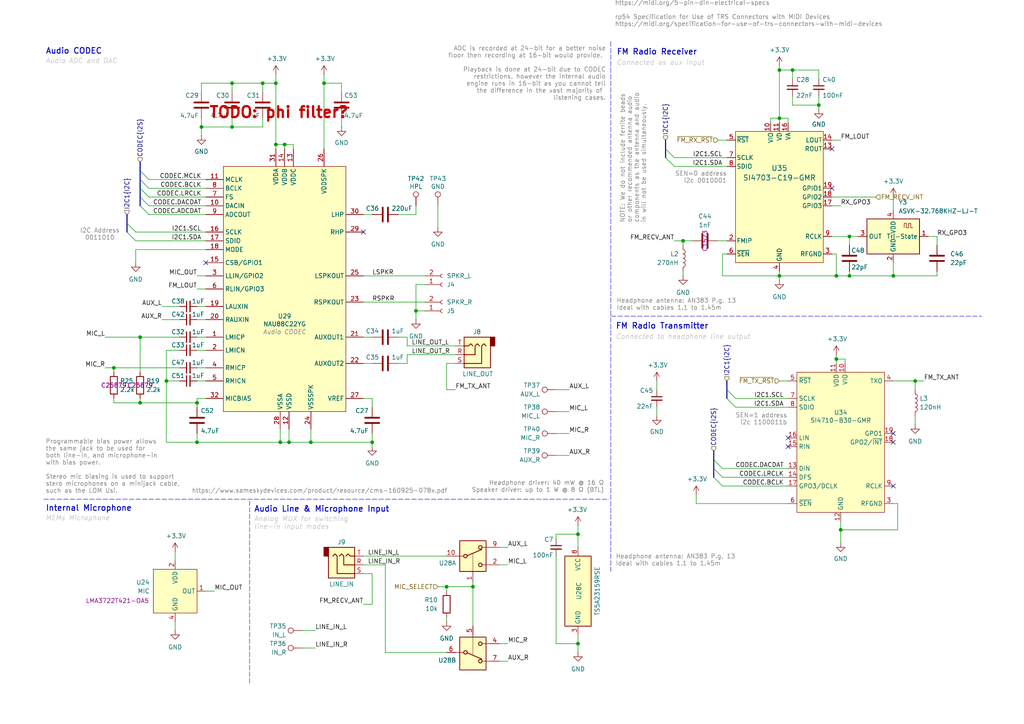
<source format=kicad_sch>
(kicad_sch (version 20250114) (generator "eeschema") (generator_version "9.0")
  (paper "A4")
  (lib_symbols
    (symbol "Analog_Switch:TS5A23159RSE"
      (property "Reference" "U" (at -5.08 8.89 0))
      (property "Value" "TS5A23159RSE" (at -5.08 6.985 0))
      (symbol "TS5A23159RSE_1_1"
        (pin passive line (at -7.62 0 0) (length 2.54) (name "~") (number "10"))
        (pin input line (at 0 -7.62 90) (length 2.54) (name "~") (number "1"))
        (pin passive line (at 7.62 2.54 180) (length 2.54) (name "~") (number "9"))
        (pin passive line (at 7.62 -2.54 180) (length 2.54) (name "~") (number "2"))
      )
      (symbol "TS5A23159RSE_2_1"
        (pin passive line (at -7.62 0 0) (length 2.54) (name "~") (number "6"))
        (pin input line (at 0 -7.62 90) (length 2.54) (name "~") (number "5"))
        (pin passive line (at 7.62 2.54 180) (length 2.54) (name "~") (number "7"))
        (pin passive line (at 7.62 -2.54 180) (length 2.54) (name "~") (number "4"))
      )
      (symbol "TS5A23159RSE_3_1"
        (pin power_in line (at 0 12.7 270) (length 2.54) (name "VCC") (number "8"))
        (pin power_in line (at 0 -12.7 90) (length 2.54) (name "GND") (number "3"))
      )
    )
    (symbol "Connector:Conn_01x02_Socket" (pin_names (offset 1.016) (hide yes))
      (property "Reference" "J" (at 0 2.54 0))
      (property "Value" "Conn_01x02_Socket" (at 0 -5.08 0))
      (symbol "Conn_01x02_Socket_1_1"
        (pin passive line (at -5.08 0 0) (length 3.81) (name "Pin_1") (number "1"))
        (pin passive line (at -5.08 -2.54 0) (length 3.81) (name "Pin_2") (number "2"))
      )
    )
    (symbol "Connector:TestPoint" (pin_numbers (hide yes)) (pin_names (offset 0.762) (hide yes))
      (property "Reference" "TP" (at 0 6.858 0))
      (property "Value" "TestPoint" (at 0 5.08 0))
      (symbol "TestPoint_1_1"
        (pin passive line (at 0 0 90) (length 2.54) (name "1") (number "1"))
      )
    )
    (symbol "Connector_Audio:AudioJack3"
      (property "Reference" "J" (at 0 8.89 0))
      (property "Value" "AudioJack3" (at 0 6.35 0))
      (symbol "AudioJack3_1_1"
        (pin passive line (at 5.08 2.54 180) (length 2.54) (name "~") (number "S"))
        (pin passive line (at 5.08 0 180) (length 2.54) (name "~") (number "R"))
        (pin passive line (at 5.08 -2.54 180) (length 2.54) (name "~") (number "T"))
      )
    )
    (symbol "Device:C" (pin_numbers (hide yes)) (pin_names (offset 0.254))
      (property "Reference" "C" (at 0.635 2.54 0))
      (property "Value" "C" (at 0.635 -2.54 0))
      (symbol "C_1_1"
        (pin passive line (at 0 3.81 270) (length 2.794) (name "~") (number "1"))
        (pin passive line (at 0 -3.81 90) (length 2.794) (name "~") (number "2"))
      )
    )
    (symbol "Device:C_Small" (pin_numbers (hide yes)) (pin_names (offset 0.254) (hide yes))
      (property "Reference" "C" (at 0.254 1.778 0))
      (property "Value" "C_Small" (at 0.254 -2.032 0))
      (symbol "C_Small_1_1"
        (pin passive line (at 0 2.54 270) (length 2.032) (name "~") (number "1"))
        (pin passive line (at 0 -2.54 90) (length 2.032) (name "~") (number "2"))
      )
    )
    (symbol "Device:L" (pin_numbers (hide yes)) (pin_names (offset 1.016) (hide yes))
      (property "Reference" "L" (at -1.27 0 90))
      (property "Value" "L" (at 1.905 0 90))
      (symbol "L_1_1"
        (pin passive line (at 0 3.81 270) (length 1.27) (name "1") (number "1"))
        (pin passive line (at 0 -3.81 90) (length 1.27) (name "2") (number "2"))
      )
    )
    (symbol "Device:R" (pin_numbers (hide yes)) (pin_names (offset 0))
      (property "Reference" "R" (at 2.032 0 90))
      (property "Value" "R" (at 0 0 90))
      (symbol "R_1_1"
        (pin passive line (at 0 3.81 270) (length 1.27) (name "~") (number "1"))
        (pin passive line (at 0 -3.81 90) (length 1.27) (name "~") (number "2"))
      )
    )
    (symbol "Oscillator:ASCO"
      (property "Reference" "Y" (at -7.62 6.35 0))
      (property "Value" "ASCO" (at 1.27 -6.35 0))
      (symbol "ASCO_1_1"
        (pin input line (at -10.16 0 0) (length 2.54) (name "Tri-State") (number "1"))
        (pin power_in line (at 0 7.62 270) (length 2.54) (name "VDD") (number "4"))
        (pin power_in line (at 0 -7.62 90) (length 2.54) (name "GND") (number "2"))
        (pin output line (at 10.16 0 180) (length 2.54) (name "OUT") (number "3"))
      )
    )
    (symbol "pocket_synth:LMA3722T421-OA5"
      (property "Reference" "U" (at 0.762 7.112 0))
      (property "Value" "LMA3722T421-OA5" (at 0.762 -7.112 0))
      (symbol "LMA3722T421-OA5_1_1"
        (pin power_in line (at 0 8.89 270) (length 2.54) (name "VDD") (number "2"))
        (pin power_in line (at 0 -8.89 90) (length 2.54) (hide yes) (name "GND") (number "3"))
        (pin power_in line (at 0 -8.89 90) (length 2.54) (name "GND") (number "4"))
        (pin output line (at 8.89 0 180) (length 2.54) (name "OUT") (number "1"))
      )
    )
    (symbol "pocket_synth:NAU88C22YG"
      (property "Reference" "U" (at 0 0 0))
      (property "Value" "NAU88C22YG" (at 0 0 0))
      (symbol "NAU88C22YG_1_1"
        (pin input line (at -22.86 31.75 0) (length 5.08) (name "MCLK") (number "11"))
        (pin input line (at -22.86 29.21 0) (length 5.08) (name "BCLK") (number "8"))
        (pin input line (at -22.86 26.67 0) (length 5.08) (name "FS") (number "7"))
        (pin input line (at -22.86 24.13 0) (length 5.08) (name "DACIN") (number "10"))
        (pin output line (at -22.86 21.59 0) (length 5.08) (name "ADCOUT") (number "9"))
        (pin input line (at -22.86 16.51 0) (length 5.08) (name "SCLK") (number "16"))
        (pin input line (at -22.86 13.97 0) (length 5.08) (name "SDIO") (number "17"))
        (pin input line (at -22.86 11.43 0) (length 5.08) (name "MODE") (number "18"))
        (pin input line (at -22.86 7.62 0) (length 5.08) (name "CSB/GPIO1") (number "15"))
        (pin input line (at -22.86 3.81 0) (length 5.08) (name "LLIN/GPIO2") (number "3"))
        (pin input line (at -22.86 0 0) (length 5.08) (name "RLIN/GPIO3") (number "6"))
        (pin input line (at -22.86 -5.08 0) (length 5.08) (name "LAUXIN") (number "19"))
        (pin input line (at -22.86 -8.89 0) (length 5.08) (name "RAUXIN") (number "20"))
        (pin input line (at -22.86 -13.97 0) (length 5.08) (name "LMICP") (number "1"))
        (pin input line (at -22.86 -17.78 0) (length 5.08) (name "LMICN") (number "2"))
        (pin input line (at -22.86 -22.86 0) (length 5.08) (name "RMICP") (number "4"))
        (pin input line (at -22.86 -26.67 0) (length 5.08) (name "RMICN") (number "5"))
        (pin power_out line (at -22.86 -31.75 0) (length 5.08) (name "MICBIAS") (number "32"))
        (pin power_in line (at -2.54 40.64 270) (length 5.08) (name "VDDA") (number "31"))
        (pin power_in line (at -1.27 -40.64 90) (length 5.08) (name "VSSA") (number "28"))
        (pin power_in line (at 0 40.64 270) (length 5.08) (name "VDDB") (number "14"))
        (pin power_in line (at 1.27 -40.64 90) (length 5.08) (name "VSSD") (number "12"))
        (pin power_in line (at 2.54 40.64 270) (length 5.08) (name "VDDC") (number "13"))
        (pin power_in line (at 7.62 -40.64 90) (length 5.08) (name "VSSSPK") (number "24"))
        (pin power_in line (at 11.43 40.64 270) (length 5.08) (name "VDDSPK") (number "26"))
        (pin output line (at 22.86 21.59 180) (length 5.08) (name "LHP") (number "30"))
        (pin output line (at 22.86 16.51 180) (length 5.08) (name "RHP") (number "29"))
        (pin output line (at 22.86 3.81 180) (length 5.08) (name "LSPKOUT") (number "25"))
        (pin output line (at 22.86 -3.81 180) (length 5.08) (name "RSPKOUT") (number "23"))
        (pin output line (at 22.86 -13.97 180) (length 5.08) (name "AUXOUT1") (number "21"))
        (pin output line (at 22.86 -21.59 180) (length 5.08) (name "AUXOUT2") (number "22"))
        (pin input line (at 22.86 -31.75 180) (length 5.08) (name "VREF") (number "27"))
      )
    )
    (symbol "pocket_synth:SI4703-C19-GMR" (pin_names (offset 0.254))
      (property "Reference" "U" (at 0 22.86 0))
      (property "Value" "SI4703-C19-GMR" (at 0 20.32 0))
      (symbol "SI4703-C19-GMR_1_1"
        (pin input line (at -15.24 16.51 0) (length 2.54) (name "~{RST}") (number "5"))
        (pin input line (at -15.24 11.43 0) (length 2.54) (name "SCLK") (number "7"))
        (pin bidirectional line (at -15.24 8.89 0) (length 2.54) (name "SDIO") (number "8"))
        (pin input line (at -15.24 -12.7 0) (length 2.54) (name "FMIP") (number "2"))
        (pin input line (at -15.24 -16.51 0) (length 2.54) (name "~{SEN}") (number "6"))
        (pin bidirectional line (at -2.54 21.59 270) (length 2.54) (name "VIO") (number "10"))
        (pin power_in line (at 0 21.59 270) (length 2.54) (name "VD") (number "11"))
        (pin power_in line (at 0 -21.59 90) (length 2.54) (hide yes) (name "GND") (number "12"))
        (pin power_in line (at 0 -21.59 90) (length 2.54) (hide yes) (name "GND") (number "15"))
        (pin power_in line (at 0 -21.59 90) (length 2.54) (hide yes) (name "EPAD") (number "21"))
        (pin power_in line (at 0 -21.59 90) (length 2.54) (name "GND") (number "4"))
        (pin power_in line (at 2.54 21.59 270) (length 2.54) (name "VA") (number "16"))
        (pin no_connect line (at 7.62 -21.59 90) (length 2.54) (hide yes) (name "NC") (number "20"))
        (pin no_connect line (at 10.16 -21.59 90) (length 2.54) (hide yes) (name "NC") (number "1"))
        (pin output line (at 15.24 16.51 180) (length 2.54) (name "LOUT") (number "14"))
        (pin output line (at 15.24 13.97 180) (length 2.54) (name "ROUT") (number "13"))
        (pin bidirectional line (at 15.24 2.54 180) (length 2.54) (name "GPIO1") (number "19"))
        (pin bidirectional line (at 15.24 0 180) (length 2.54) (name "GPIO2") (number "18"))
        (pin bidirectional line (at 15.24 -2.54 180) (length 2.54) (name "GPIO3") (number "17"))
        (pin input line (at 15.24 -11.43 180) (length 2.54) (name "RCLK") (number "9"))
        (pin power_in line (at 15.24 -16.51 180) (length 2.54) (name "RFGND") (number "3"))
      )
    )
    (symbol "pocket_synth:SI4710-B30-GMR"
      (property "Reference" "U" (at 0 6.985 0))
      (property "Value" "SI4710-B30-GMR" (at 0 4.445 0))
      (symbol "SI4710-B30-GMR_1_1"
        (pin input line (at -15.24 17.78 0) (length 2.54) (name "~{RST}") (number "5"))
        (pin input line (at -15.24 12.7 0) (length 2.54) (name "SCLK") (number "7"))
        (pin bidirectional line (at -15.24 10.16 0) (length 2.54) (name "SDIO") (number "8"))
        (pin input line (at -15.24 1.27 0) (length 2.54) (name "LIN") (number "16"))
        (pin input line (at -15.24 -1.27 0) (length 2.54) (name "RIN") (number "15"))
        (pin input line (at -15.24 -7.62 0) (length 2.54) (name "DIN") (number "13"))
        (pin input line (at -15.24 -10.16 0) (length 2.54) (name "DFS") (number "14"))
        (pin input line (at -15.24 -12.7 0) (length 2.54) (name "GPO3/DCLK") (number "17"))
        (pin input line (at -15.24 -17.78 0) (length 2.54) (name "~{SEN}") (number "6"))
        (pin power_in line (at -1.27 22.86 270) (length 2.54) (name "VDD") (number "11"))
        (pin power_in line (at 0 -22.86 90) (length 2.54) (name "GND") (number "12"))
        (pin passive line (at 0 -22.86 90) (length 2.54) (hide yes) (name "GND_PAD") (number "21"))
        (pin power_in line (at 1.27 22.86 270) (length 2.54) (name "VIO") (number "10"))
        (pin no_connect line (at 3.81 -22.86 90) (length 2.54) (hide yes) (name "NC") (number "1"))
        (pin no_connect line (at 6.35 -22.86 90) (length 2.54) (hide yes) (name "NC") (number "20"))
        (pin no_connect line (at 8.89 -22.86 90) (length 2.54) (hide yes) (name "NC") (number "2"))
        (pin input line (at 15.24 17.78 180) (length 2.54) (name "TXO") (number "4"))
        (pin input line (at 15.24 2.54 180) (length 2.54) (name "GPO1") (number "19"))
        (pin input line (at 15.24 0 180) (length 2.54) (name "GPO2/~{INT}") (number "18"))
        (pin input line (at 15.24 -12.7 180) (length 2.54) (name "RCLK") (number "9"))
        (pin power_in line (at 15.24 -17.78 180) (length 2.54) (name "RFGND") (number "3"))
      )
    )
    (symbol "power:+3.3V" (power) (pin_numbers (hide yes)) (pin_names (offset 0) (hide yes))
      (property "Value" "+3.3V" (at 0 3.556 0))
      (symbol "+3.3V_1_1"
        (pin power_in line (at 0 0 90) (length 0) (name "~") (number "1"))
      )
    )
    (symbol "power:GND" (power) (pin_numbers (hide yes)) (pin_names (offset 0) (hide yes))
      (property "Value" "GND" (at 0 -3.81 0))
      (symbol "GND_1_1"
        (pin power_in line (at 0 0 270) (length 0) (name "~") (number "1"))
      )
    )
  )
  (text "Connected as aux input" (at 178.816 17.526 0) (effects (font (size 1.397 1.397) (italic yes)) (justify left top)))
  (text "Audio CODEC" (at 82.55 95.758 0) (effects (font (size 1.27 1.27) (thickness 0.1588) (italic yes)) (justify top)))
  (text "Headphone antenna: AN383 P.g. 13\nIdeal with cables 1.1 to 1.45m" (at 178.562 164.338 0) (effects (font (size 1.27 1.27)) (justify left bottom)))
  (text "TODO: phi filter?" (at 60.452 32.766 0) (effects (font (size 3.175 3.175) (thickness 0.635) (bold yes)) (justify left)))
  (text "FM Radio Transmitter" (at 178.562 93.726 0) (effects (font (size 1.651 1.651) (thickness 0.254) (bold yes)) (justify left top)))
  (text "MEMs Microphone" (at 13.208 149.606 0) (effects (font (size 1.397 1.397) (italic yes)) (justify left top)))
  (text "Headphone antenna: AN383 P.g. 13\nIdeal with cables 1.1 to 1.45m" (at 178.816 90.17 0) (effects (font (size 1.27 1.27)) (justify left bottom)))
  (text "Audio CODEC" (at 13.208 13.97 0) (effects (font (size 1.651 1.651) (thickness 0.254) (bold yes)) (justify left top)))
  (text "I2C Address\n0011010" (at 28.956 68.072 0) (effects (font (size 1.27 1.27))))
  (text "Analog MUX for switching\nline-in input modes" (at 73.66 149.86 0) (effects (font (size 1.397 1.397) (italic yes)) (justify left top)))
  (text "Programmable bias power allows\nthe same jack to be used for\nboth line-in, and microphone-in\nwith bias power.\n\nStereo mic biasing is used to support\nstero microphones on a minijack cable,\nsuch as the LOM Usi." (at 13.208 143.256 0) (effects (font (size 1.27 1.27)) (justify left bottom)))
  (text "Audio Line & Microphone Input" (at 73.66 146.812 0) (effects (font (size 1.651 1.651) (thickness 0.254) (bold yes)) (justify left top)))
  (text "Audio ADC and DAC" (at 13.208 17.018 0) (effects (font (size 1.397 1.397) (italic yes)) (justify left top)))
  (text "Headphone driver: 40 mW @ 16 Ω\nSpeaker driver: up to 1 W @ 8 Ω (BTL)" (at 175.26 143.002 0) (effects (font (size 1.27 1.27) (thickness 0.1588)) (justify right bottom)))
  (text "NOTE: We do not include ferrite beads\nor other recommended antenna audio\ncomponents as the antenna and audio\nin will not be used simultaneously. " (at 183.642 64.77 90) (effects (font (size 1.27 1.27)) (justify left)))
  (text "SEN=0 address\ni2c 0010001" (at 210.82 51.562 0) (effects (font (size 1.27 1.27)) (justify right)))
  (text "(CA-033) MIDI 1.0 Electrical Specification Update [2014]\nhttps://midi.org/5-pin-din-electrical-specs\n\nrp54 Specification for Use of TRS Connectors with MIDI Devices\nhttps://midi.org/specification-for-use-of-trs-connectors-with-midi-devices" (at 178.308 3.048 0) (effects (font (size 1.27 1.27) (thickness 0.1588)) (justify left)))
  (text "ADC is recorded at 24-bit for a better noise\nfloor then recording at 16-bit would provide. \n\nPlayback is done at 24-bit due to CODEC\nrestrictions, however the internal audio\nengine runs in 16-bit as you cannot tell\nthe difference in the vast majority of \nlistening cases." (at 175.768 13.462 0) (effects (font (size 1.27 1.27)) (justify right top)))
  (text "FM Radio Receiver" (at 178.816 14.224 0) (effects (font (size 1.651 1.651) (thickness 0.254) (bold yes)) (justify left top)))
  (text "Internal Microphone" (at 13.208 146.558 0) (effects (font (size 1.651 1.651) (thickness 0.254) (bold yes)) (justify left top)))
  (text "https://www.sameskydevices.com/product/resource/cms-160925-078x.pdf" (at 92.71 142.494 0) (effects (font (size 1.27 1.27))))
  (text "Connected to headphone line output" (at 178.562 97.028 0) (effects (font (size 1.397 1.397) (italic yes)) (justify left top)))
  (text "SEN=1 address\ni2c 1100011b" (at 228.346 121.666 0) (effects (font (size 1.27 1.27)) (justify right)))
  (junction (at 67.31 36.83))
  (junction (at 198.12 69.85))
  (junction (at 58.42 36.83))
  (junction (at 226.06 80.01))
  (junction (at 57.15 128.27))
  (junction (at 246.38 68.58))
  (junction (at 120.65 90.17))
  (junction (at 226.06 34.29))
  (junction (at 83.82 128.27))
  (junction (at 242.57 80.01))
  (junction (at 57.15 116.84))
  (junction (at 229.87 20.32))
  (junction (at 265.43 110.49))
  (junction (at 93.98 24.13))
  (junction (at 129.54 170.18))
  (junction (at 80.01 41.91))
  (junction (at 48.26 110.49))
  (junction (at 90.17 128.27))
  (junction (at 167.64 186.69))
  (junction (at 259.08 80.01))
  (junction (at 67.31 24.13))
  (junction (at 76.2 24.13))
  (junction (at 167.64 154.94))
  (junction (at 243.84 153.67))
  (junction (at 246.38 80.01))
  (junction (at 137.16 170.18))
  (junction (at 40.64 116.84))
  (junction (at 80.01 24.13))
  (junction (at 237.49 30.48))
  (junction (at 107.95 128.27))
  (junction (at 226.06 20.32))
  (junction (at 81.28 128.27))
  (junction (at 242.57 104.14))
  (junction (at 40.64 97.79))
  (junction (at 82.55 41.91))
  (junction (at 33.02 106.68))
  (no_connect (at 228.6 127))
  (no_connect (at 241.3 54.61))
  (no_connect (at 259.08 140.97))
  (no_connect (at 259.08 125.73))
  (no_connect (at 59.69 76.2))
  (no_connect (at 105.41 67.31))
  (no_connect (at 228.6 129.54))
  (no_connect (at 259.08 128.27))
  (no_connect (at 241.3 43.18))
  (bus_entry (at 43.18 62.23) (size -2.54 -2.54))
  (bus_entry (at 209.55 135.89) (size -2.54 -2.54))
  (bus_entry (at 43.18 59.69) (size -2.54 -2.54))
  (bus_entry (at 213.36 118.11) (size -2.54 -2.54))
  (bus_entry (at 195.58 45.72) (size -2.54 -2.54))
  (bus_entry (at 209.55 140.97) (size -2.54 -2.54))
  (bus_entry (at 39.37 69.85) (size -2.54 -2.54))
  (bus_entry (at 43.18 52.07) (size -2.54 -2.54))
  (bus_entry (at 43.18 54.61) (size -2.54 -2.54))
  (bus_entry (at 43.18 57.15) (size -2.54 -2.54))
  (bus_entry (at 209.55 138.43) (size -2.54 -2.54))
  (bus_entry (at 39.37 67.31) (size -2.54 -2.54))
  (bus_entry (at 195.58 48.26) (size -2.54 -2.54))
  (bus_entry (at 213.36 115.57) (size -2.54 -2.54))
  (bus (pts (xy 40.64 46.99) (xy 40.64 49.53)))
  (wire (pts (xy 93.98 24.13) (xy 93.98 43.18)))
  (wire (pts (xy 107.95 166.37) (xy 107.95 175.26)))
  (wire (pts (xy 57.15 116.84) (xy 57.15 118.11)))
  (wire (pts (xy 107.95 115.57) (xy 107.95 118.11)))
  (wire (pts (xy 120.65 59.69) (xy 120.65 62.23)))
  (wire (pts (xy 228.6 35.56) (xy 228.6 34.29)))
  (wire (pts (xy 226.06 20.32) (xy 226.06 34.29)))
  (wire (pts (xy 241.3 73.66) (xy 242.57 73.66)))
  (wire (pts (xy 228.6 34.29) (xy 226.06 34.29)))
  (wire (pts (xy 80.01 41.91) (xy 82.55 41.91)))
  (wire (pts (xy 39.37 69.85) (xy 59.69 69.85)))
  (wire (pts (xy 80.01 24.13) (xy 80.01 41.91)))
  (wire (pts (xy 81.28 124.46) (xy 81.28 128.27)))
  (polyline (pts (xy 177.165 12.065) (xy 177.165 165.735)) (stroke (width 0.127) (type dash)))
  (wire (pts (xy 76.2 24.13) (xy 67.31 24.13)))
  (wire (pts (xy 208.28 69.85) (xy 210.82 69.85)))
  (wire (pts (xy 161.29 125.73) (xy 165.1 125.73)))
  (wire (pts (xy 107.95 128.27) (xy 107.95 129.54)))
  (wire (pts (xy 111.76 163.83) (xy 111.76 189.23)))
  (wire (pts (xy 52.07 110.49) (xy 48.26 110.49)))
  (wire (pts (xy 198.12 69.85) (xy 198.12 71.12)))
  (wire (pts (xy 245.11 105.41) (xy 245.11 104.14)))
  (wire (pts (xy 246.38 68.58) (xy 248.92 68.58)))
  (wire (pts (xy 67.31 36.83) (xy 76.2 36.83)))
  (wire (pts (xy 105.41 166.37) (xy 107.95 166.37)))
  (wire (pts (xy 259.08 110.49) (xy 265.43 110.49)))
  (bus (pts (xy 40.64 57.15) (xy 40.64 59.69)))
  (wire (pts (xy 241.3 57.15) (xy 254 57.15)))
  (wire (pts (xy 67.31 34.29) (xy 67.31 36.83)))
  (wire (pts (xy 190.5 110.49) (xy 190.5 113.03)))
  (wire (pts (xy 82.55 41.91) (xy 85.09 41.91)))
  (wire (pts (xy 246.38 68.58) (xy 246.38 71.12)))
  (wire (pts (xy 76.2 34.29) (xy 76.2 36.83)))
  (wire (pts (xy 39.37 72.39) (xy 39.37 76.2)))
  (wire (pts (xy 229.87 20.32) (xy 229.87 22.86)))
  (wire (pts (xy 105.41 87.63) (xy 123.19 87.63)))
  (wire (pts (xy 226.06 110.49) (xy 228.6 110.49)))
  (wire (pts (xy 243.84 153.67) (xy 243.84 157.48)))
  (wire (pts (xy 144.78 191.77) (xy 147.32 191.77)))
  (wire (pts (xy 43.18 62.23) (xy 59.69 62.23)))
  (wire (pts (xy 105.41 161.29) (xy 129.54 161.29)))
  (wire (pts (xy 67.31 24.13) (xy 67.31 26.67)))
  (wire (pts (xy 33.02 107.95) (xy 33.02 106.68)))
  (wire (pts (xy 265.43 110.49) (xy 267.97 110.49)))
  (bus (pts (xy 207.01 135.89) (xy 207.01 138.43)))
  (wire (pts (xy 30.48 106.68) (xy 33.02 106.68)))
  (wire (pts (xy 90.17 124.46) (xy 90.17 128.27)))
  (wire (pts (xy 99.06 24.13) (xy 99.06 26.67)))
  (wire (pts (xy 198.12 78.74) (xy 198.12 80.01)))
  (wire (pts (xy 242.57 80.01) (xy 246.38 80.01)))
  (wire (pts (xy 99.06 34.29) (xy 99.06 36.83)))
  (wire (pts (xy 129.54 170.18) (xy 129.54 171.45)))
  (wire (pts (xy 259.08 57.15) (xy 259.08 60.96)))
  (wire (pts (xy 43.18 52.07) (xy 59.69 52.07)))
  (wire (pts (xy 265.43 110.49) (xy 265.43 113.03)))
  (wire (pts (xy 107.95 128.27) (xy 90.17 128.27)))
  (wire (pts (xy 81.28 128.27) (xy 83.82 128.27)))
  (wire (pts (xy 209.55 140.97) (xy 228.6 140.97)))
  (wire (pts (xy 120.65 90.17) (xy 120.65 92.71)))
  (wire (pts (xy 58.42 34.29) (xy 58.42 36.83)))
  (wire (pts (xy 229.87 20.32) (xy 237.49 20.32)))
  (wire (pts (xy 80.01 24.13) (xy 76.2 24.13)))
  (wire (pts (xy 76.2 24.13) (xy 76.2 26.67)))
  (wire (pts (xy 120.65 82.55) (xy 120.65 90.17)))
  (wire (pts (xy 57.15 80.01) (xy 59.69 80.01)))
  (wire (pts (xy 48.26 101.6) (xy 48.26 110.49)))
  (wire (pts (xy 201.93 146.05) (xy 228.6 146.05)))
  (wire (pts (xy 39.37 67.31) (xy 59.69 67.31)))
  (wire (pts (xy 167.64 154.94) (xy 167.64 158.75)))
  (wire (pts (xy 137.16 170.18) (xy 137.16 181.61)))
  (wire (pts (xy 59.69 171.45) (xy 62.23 171.45)))
  (wire (pts (xy 48.26 128.27) (xy 57.15 128.27)))
  (wire (pts (xy 241.3 68.58) (xy 246.38 68.58)))
  (wire (pts (xy 105.41 62.23) (xy 107.95 62.23)))
  (wire (pts (xy 195.58 45.72) (xy 210.82 45.72)))
  (wire (pts (xy 190.5 118.11) (xy 190.5 120.65)))
  (wire (pts (xy 161.29 119.38) (xy 165.1 119.38)))
  (wire (pts (xy 40.64 97.79) (xy 52.07 97.79)))
  (wire (pts (xy 118.11 100.33) (xy 132.08 100.33)))
  (wire (pts (xy 245.11 104.14) (xy 242.57 104.14)))
  (wire (pts (xy 167.64 154.94) (xy 161.29 154.94)))
  (wire (pts (xy 105.41 105.41) (xy 107.95 105.41)))
  (wire (pts (xy 226.06 19.05) (xy 226.06 20.32)))
  (wire (pts (xy 48.26 101.6) (xy 52.07 101.6)))
  (wire (pts (xy 271.78 68.58) (xy 271.78 71.12)))
  (wire (pts (xy 85.09 41.91) (xy 85.09 43.18)))
  (wire (pts (xy 237.49 27.94) (xy 237.49 30.48)))
  (wire (pts (xy 59.69 72.39) (xy 39.37 72.39)))
  (wire (pts (xy 241.3 40.64) (xy 243.84 40.64)))
  (wire (pts (xy 115.57 62.23) (xy 120.65 62.23)))
  (wire (pts (xy 43.18 59.69) (xy 59.69 59.69)))
  (wire (pts (xy 137.16 168.91) (xy 137.16 170.18)))
  (wire (pts (xy 58.42 36.83) (xy 67.31 36.83)))
  (wire (pts (xy 144.78 163.83) (xy 147.32 163.83)))
  (wire (pts (xy 57.15 106.68) (xy 59.69 106.68)))
  (wire (pts (xy 246.38 78.74) (xy 246.38 80.01)))
  (wire (pts (xy 57.15 115.57) (xy 57.15 116.84)))
  (wire (pts (xy 105.41 115.57) (xy 107.95 115.57)))
  (wire (pts (xy 260.35 153.67) (xy 243.84 153.67)))
  (wire (pts (xy 57.15 88.9) (xy 59.69 88.9)))
  (wire (pts (xy 213.36 118.11) (xy 228.6 118.11)))
  (wire (pts (xy 59.69 115.57) (xy 57.15 115.57)))
  (wire (pts (xy 58.42 24.13) (xy 58.42 26.67)))
  (wire (pts (xy 237.49 30.48) (xy 237.49 31.75)))
  (wire (pts (xy 132.08 105.41) (xy 129.54 105.41)))
  (wire (pts (xy 43.18 57.15) (xy 59.69 57.15)))
  (wire (pts (xy 246.38 80.01) (xy 259.08 80.01)))
  (bus (pts (xy 40.64 54.61) (xy 40.64 57.15)))
  (wire (pts (xy 118.11 100.33) (xy 118.11 97.79)))
  (wire (pts (xy 46.99 92.71) (xy 52.07 92.71)))
  (bus (pts (xy 40.64 49.53) (xy 40.64 52.07)))
  (wire (pts (xy 209.55 80.01) (xy 226.06 80.01)))
  (wire (pts (xy 40.64 116.84) (xy 57.15 116.84)))
  (wire (pts (xy 269.24 68.58) (xy 271.78 68.58)))
  (wire (pts (xy 129.54 113.03) (xy 132.08 113.03)))
  (wire (pts (xy 226.06 80.01) (xy 242.57 80.01)))
  (wire (pts (xy 242.57 104.14) (xy 242.57 105.41)))
  (wire (pts (xy 209.55 138.43) (xy 228.6 138.43)))
  (bus (pts (xy 36.83 67.31) (xy 36.83 64.77)))
  (wire (pts (xy 226.06 78.74) (xy 226.06 80.01)))
  (bus (pts (xy 36.83 64.77) (xy 36.83 62.23)))
  (wire (pts (xy 105.41 163.83) (xy 111.76 163.83)))
  (wire (pts (xy 111.76 189.23) (xy 129.54 189.23)))
  (wire (pts (xy 271.78 80.01) (xy 271.78 78.74)))
  (wire (pts (xy 30.48 97.79) (xy 40.64 97.79)))
  (wire (pts (xy 57.15 97.79) (xy 59.69 97.79)))
  (wire (pts (xy 144.78 158.75) (xy 147.32 158.75)))
  (wire (pts (xy 260.35 146.05) (xy 260.35 153.67)))
  (wire (pts (xy 115.57 105.41) (xy 118.11 105.41)))
  (wire (pts (xy 58.42 36.83) (xy 58.42 39.37)))
  (wire (pts (xy 82.55 41.91) (xy 82.55 43.18)))
  (wire (pts (xy 93.98 21.59) (xy 93.98 24.13)))
  (wire (pts (xy 161.29 154.94) (xy 161.29 156.21)))
  (wire (pts (xy 105.41 80.01) (xy 123.19 80.01)))
  (wire (pts (xy 226.06 80.01) (xy 226.06 81.28)))
  (wire (pts (xy 87.63 187.96) (xy 91.44 187.96)))
  (wire (pts (xy 40.64 115.57) (xy 40.64 116.84)))
  (wire (pts (xy 161.29 161.29) (xy 161.29 186.69)))
  (wire (pts (xy 43.18 54.61) (xy 59.69 54.61)))
  (wire (pts (xy 120.65 90.17) (xy 123.19 90.17)))
  (wire (pts (xy 161.29 186.69) (xy 167.64 186.69)))
  (wire (pts (xy 241.3 59.69) (xy 243.84 59.69)))
  (wire (pts (xy 259.08 80.01) (xy 271.78 80.01)))
  (wire (pts (xy 67.31 24.13) (xy 58.42 24.13)))
  (wire (pts (xy 57.15 101.6) (xy 59.69 101.6)))
  (wire (pts (xy 46.99 88.9) (xy 52.07 88.9)))
  (bus (pts (xy 193.04 43.18) (xy 193.04 40.64)))
  (wire (pts (xy 167.64 152.4) (xy 167.64 154.94)))
  (wire (pts (xy 223.52 34.29) (xy 223.52 35.56)))
  (wire (pts (xy 118.11 97.79) (xy 115.57 97.79)))
  (wire (pts (xy 242.57 73.66) (xy 242.57 80.01)))
  (wire (pts (xy 226.06 20.32) (xy 229.87 20.32)))
  (wire (pts (xy 161.29 132.08) (xy 165.1 132.08)))
  (wire (pts (xy 90.17 128.27) (xy 83.82 128.27)))
  (polyline (pts (xy 72.39 145.288) (xy 72.39 198.12)) (stroke (width 0.127) (type dash)))
  (wire (pts (xy 127 59.69) (xy 127 66.04)))
  (wire (pts (xy 229.87 30.48) (xy 237.49 30.48)))
  (polyline (pts (xy 12.7 144.78) (xy 176.53 144.78)) (stroke (width 0.127) (type dash)))
  (polyline (pts (xy 177.292 91.694) (xy 284.734 91.694)) (stroke (width 0.127) (type dash)))
  (wire (pts (xy 40.64 97.79) (xy 40.64 107.95)))
  (wire (pts (xy 201.93 146.05) (xy 201.93 143.51)))
  (wire (pts (xy 80.01 43.18) (xy 80.01 41.91)))
  (wire (pts (xy 226.06 34.29) (xy 226.06 35.56)))
  (wire (pts (xy 208.28 40.64) (xy 210.82 40.64)))
  (bus (pts (xy 207.01 133.35) (xy 207.01 135.89)))
  (wire (pts (xy 57.15 128.27) (xy 81.28 128.27)))
  (wire (pts (xy 226.06 34.29) (xy 223.52 34.29)))
  (wire (pts (xy 237.49 20.32) (xy 237.49 22.86)))
  (wire (pts (xy 50.8 160.02) (xy 50.8 162.56)))
  (wire (pts (xy 118.11 102.87) (xy 132.08 102.87)))
  (wire (pts (xy 167.64 184.15) (xy 167.64 186.69)))
  (wire (pts (xy 48.26 110.49) (xy 48.26 128.27)))
  (wire (pts (xy 127 170.18) (xy 129.54 170.18)))
  (wire (pts (xy 33.02 115.57) (xy 33.02 116.84)))
  (wire (pts (xy 243.84 151.13) (xy 243.84 153.67)))
  (wire (pts (xy 198.12 69.85) (xy 200.66 69.85)))
  (bus (pts (xy 40.64 52.07) (xy 40.64 54.61)))
  (wire (pts (xy 33.02 106.68) (xy 52.07 106.68)))
  (wire (pts (xy 129.54 179.07) (xy 129.54 180.34)))
  (wire (pts (xy 195.58 69.85) (xy 198.12 69.85)))
  (wire (pts (xy 167.64 186.69) (xy 167.64 189.23)))
  (wire (pts (xy 265.43 120.65) (xy 265.43 123.19)))
  (wire (pts (xy 209.55 73.66) (xy 209.55 80.01)))
  (wire (pts (xy 123.19 82.55) (xy 120.65 82.55)))
  (wire (pts (xy 107.95 125.73) (xy 107.95 128.27)))
  (wire (pts (xy 105.41 97.79) (xy 107.95 97.79)))
  (wire (pts (xy 118.11 105.41) (xy 118.11 102.87)))
  (wire (pts (xy 57.15 83.82) (xy 59.69 83.82)))
  (wire (pts (xy 229.87 27.94) (xy 229.87 30.48)))
  (wire (pts (xy 50.8 180.34) (xy 50.8 182.88)))
  (wire (pts (xy 195.58 48.26) (xy 210.82 48.26)))
  (wire (pts (xy 105.41 175.26) (xy 107.95 175.26)))
  (bus (pts (xy 210.82 115.57) (xy 210.82 113.03)))
  (wire (pts (xy 93.98 24.13) (xy 99.06 24.13)))
  (wire (pts (xy 129.54 170.18) (xy 137.16 170.18)))
  (wire (pts (xy 209.55 135.89) (xy 228.6 135.89)))
  (wire (pts (xy 129.54 105.41) (xy 129.54 113.03)))
  (wire (pts (xy 213.36 115.57) (xy 228.6 115.57)))
  (wire (pts (xy 57.15 110.49) (xy 59.69 110.49)))
  (wire (pts (xy 57.15 125.73) (xy 57.15 128.27)))
  (wire (pts (xy 242.57 102.87) (xy 242.57 104.14)))
  (wire (pts (xy 209.55 73.66) (xy 210.82 73.66)))
  (wire (pts (xy 87.63 182.88) (xy 91.44 182.88)))
  (bus (pts (xy 210.82 113.03) (xy 210.82 110.49)))
  (wire (pts (xy 260.35 146.05) (xy 259.08 146.05)))
  (bus (pts (xy 207.01 130.81) (xy 207.01 133.35)))
  (wire (pts (xy 80.01 21.59) (xy 80.01 24.13)))
  (wire (pts (xy 259.08 76.2) (xy 259.08 80.01)))
  (wire (pts (xy 33.02 116.84) (xy 40.64 116.84)))
  (wire (pts (xy 144.78 186.69) (xy 147.32 186.69)))
  (wire (pts (xy 161.29 113.03) (xy 165.1 113.03)))
  (bus (pts (xy 193.04 45.72) (xy 193.04 43.18)))
  (wire (pts (xy 83.82 124.46) (xy 83.82 128.27)))
  (wire (pts (xy 57.15 92.71) (xy 59.69 92.71)))
  (label "AUX_R" (at 147.32 191.77 0))
  (label "MIC_R" (at 147.32 186.69 0))
  (label "I2C1.SDA" (at 227.33 118.11 180))
  (label "MIC_L" (at 147.32 163.83 0))
  (label "LINE_OUT_L" (at 119.38 100.33 0))
  (label "FM_TX_ANT" (at 267.97 110.49 0))
  (label "FM_TX_ANT" (at 132.08 113.03 0))
  (label "CODEC.BCLK" (at 227.33 140.97 180))
  (label "AUX_L" (at 165.1 113.03 0))
  (label "CODEC.DACDAT" (at 58.42 59.69 180))
  (label "LINE_OUT_R" (at 119.38 102.87 0))
  (label "MIC_R" (at 30.48 106.68 180))
  (label "I2C1.SCL" (at 58.42 67.31 180))
  (label "RX_GPO3" (at 271.78 68.58 0))
  (label "CODEC.DACDAT" (at 227.33 135.89 180))
  (label "FM_RECV_ANT" (at 105.41 175.26 180))
  (label "FM_RECV_ANT" (at 195.58 69.85 180))
  (label "MIC_OUT" (at 57.15 80.01 180))
  (label "AUX_L" (at 46.99 88.9 180))
  (label "I2C1.SCL" (at 227.33 115.57 180))
  (label "I2C1.SDA" (at 58.42 69.85 180))
  (label "LINE_IN_R" (at 91.44 187.96 0))
  (label "I2C1.SDA" (at 209.55 48.26 180))
  (label "RX_GPO3" (at 243.84 59.69 0))
  (label "MIC_OUT" (at 62.23 171.45 0))
  (label "I2C1.SCL" (at 209.55 45.72 180))
  (label "MIC_L" (at 30.48 97.79 180))
  (label "CODEC.ADCDAT" (at 58.42 62.23 180))
  (label "CODEC.MCLK" (at 58.42 52.07 180))
  (label "RSPKR" (at 107.95 87.63 0))
  (label "LINE_IN_R" (at 106.68 163.83 0))
  (label "CODEC.BCLK" (at 58.42 54.61 180))
  (label "LSPKR" (at 107.95 80.01 0))
  (label "FM_LOUT" (at 243.84 40.64 0))
  (label "MIC_R" (at 165.1 125.73 0))
  (label "LINE_IN_L" (at 91.44 182.88 0))
  (label "CODEC.LRCLK" (at 227.33 138.43 180))
  (label "AUX_R" (at 165.1 132.08 0))
  (label "FM_LOUT" (at 57.15 83.82 180))
  (label "CODEC.LRCLK" (at 58.42 57.15 180))
  (label "MIC_L" (at 165.1 119.38 0))
  (label "AUX_R" (at 46.99 92.71 180))
  (label "AUX_L" (at 147.32 158.75 0))
  (label "LINE_IN_L" (at 106.68 161.29 0))
  (hierarchical_label "I2C1{I2C}" (shape input) (at 193.04 40.64 90))
  (hierarchical_label "MIC_SELECT" (shape input) (at 127 170.18 180))
  (hierarchical_label "CODEC{I2S}" (shape input) (at 207.01 130.81 90))
  (hierarchical_label "CODEC{I2S}" (shape input) (at 40.64 46.99 90))
  (hierarchical_label "~{FM_TX_RST}" (shape input) (at 226.06 110.49 180))
  (hierarchical_label "I2C1{I2C}" (shape input) (at 36.83 62.23 90))
  (hierarchical_label "I2C1{I2C}" (shape input) (at 210.82 110.49 90))
  (hierarchical_label "~{FM_RX_RST}" (shape input) (at 208.28 40.64 180))
  (hierarchical_label "FM_RECV_INT" (shape input) (at 254 57.15 0))
  (symbol (lib_id "power:GND") (at 265.43 123.19 0) (unit 1)
    (property "Reference" "#PWR067" (effects (hide yes)))
    (property "Value" "GND" (at 265.43 128.016 0))
    (property "Description" "Power symbol creates a global label with name \"GND\" , ground" (effects (hide yes)))
  )
  (symbol (lib_id "Connector_Audio:AudioJack3") (at 137.16 102.87 180) (unit 1)
    (property "Reference" "J8" (at 137.16 96.266 0) (effects (justify right)))
    (property "Value" "LINE_OUT" (at 134.112 108.458 0) (effects (justify right)))
    (property "Footprint" "rhais_connector-lumberg:1503-02" (effects (hide yes)))
    (property "Description" "Audio Jack, 3 Poles (Stereo / TRS)" (effects (hide yes)))
  )
  (symbol (lib_id "Device:C") (at 204.47 69.85 90) (unit 1)
    (property "Reference" "C44" (at 204.47 62.738 90))
    (property "Value" "1nF" (at 204.47 65.278 90))
    (property "Footprint" "Capacitor_SMD:C_0402_1005Metric" (effects (hide yes)))
    (property "Description" "Unpolarized capacitor" (effects (hide yes)))
    (property "JLC" "C1523" (at 204.47 69.85 0))
  )
  (symbol (lib_id "power:GND") (at 50.8 182.88 0) (unit 1)
    (property "Reference" "#PWR057" (effects (hide yes)))
    (property "Value" "GND" (at 50.8 187.706 0))
    (property "Description" "Power symbol creates a global label with name \"GND\" , ground" (effects (hide yes)))
  )
  (symbol (lib_id "Device:C") (at 271.78 74.93 0) (unit 1)
    (property "Reference" "C46" (at 275.59 73.6599 0) (effects (justify left)))
    (property "Value" "22pF" (at 275.59 76.1999 0) (effects (justify left)))
    (property "Footprint" "Capacitor_SMD:C_0402_1005Metric" (effects (hide yes)))
    (property "Description" "Unpolarized capacitor" (effects (hide yes)))
    (property "JLC" "C1555" (effects (hide yes)))
  )
  (symbol (lib_id "power:GND") (at 107.95 129.54 0) (unit 1)
    (property "Reference" "#PWR051" (effects (hide yes)))
    (property "Value" "GND" (at 107.95 134.366 0))
    (property "Description" "Power symbol creates a global label with name \"GND\" , ground" (effects (hide yes)))
  )
  (symbol (lib_id "power:+3.3V") (at 93.98 21.59 0) (unit 1)
    (property "Reference" "#PWR062" (effects (hide yes)))
    (property "Value" "+3.3V" (at 94.234 17.018 0))
    (property "Description" "Power symbol creates a global label with name \"+3.3V\"" (effects (hide yes)))
  )
  (symbol (lib_id "pocket_synth:SI4710-B30-GMR") (at 243.84 128.27 0) (unit 1)
    (property "Reference" "U34" (at 243.84 119.634 0))
    (property "Value" "SI4710-B30-GMR" (at 243.84 121.92 0))
    (property "Footprint" "pocket_synth:SI4704-D60-GMR" (effects (hide yes)))
    (property "Datasheet" "https://www.skyworksinc.com/-/media/Skyworks/SL/documents/public/data-sheets/Si4710-11-B30.pdf" (effects (hide yes)))
  )
  (symbol (lib_id "Device:L") (at 265.43 116.84 0) (unit 1)
    (property "Reference" "L3" (at 266.7 115.5699 0) (effects (justify left)))
    (property "Value" "120nH" (at 266.7 118.1099 0) (effects (justify left)))
    (property "Footprint" "Inductor_SMD:L_0603_1608Metric" (effects (hide yes)))
    (property "Description" "Inductor" (effects (hide yes)))
  )
  (symbol (lib_id "power:+3.3V") (at 226.06 19.05 0) (unit 1)
    (property "Reference" "#PWR054" (effects (hide yes)))
    (property "Value" "+3.3V" (at 226.06 14.478 0))
    (property "Description" "Power symbol creates a global label with name \"+3.3V\"" (effects (hide yes)))
  )
  (symbol (lib_id "power:+3.3V") (at 259.08 57.15 0) (unit 1)
    (property "Reference" "#PWR056" (effects (hide yes)))
    (property "Value" "+3.3V" (at 259.08 52.578 0))
    (property "Description" "Power symbol creates a global label with name \"+3.3V\"" (effects (hide yes)))
  )
  (symbol (lib_id "Connector:TestPoint") (at 87.63 182.88 90) (unit 1) (in_bom no)
    (property "Reference" "TP35" (at 83.058 181.61 90) (effects (justify left)))
    (property "Value" "IN_L" (at 83.058 184.15 90) (effects (justify left)))
    (property "Footprint" "TestPoint:TestPoint_Pad_D1.0mm" (effects (hide yes)))
    (property "Description" "test point" (effects (hide yes)))
  )
  (symbol (lib_id "Connector_Audio:AudioJack3") (at 100.33 163.83 0) (mirror x) (unit 1)
    (property "Reference" "J9" (at 99.06 157.226 0))
    (property "Value" "LINE_IN" (at 99.06 169.418 0))
    (property "Footprint" "rhais_connector-lumberg:1503-02" (effects (hide yes)))
    (property "Description" "Audio Jack, 3 Poles (Stereo / TRS)" (effects (hide yes)))
  )
  (symbol (lib_id "Device:C_Small") (at 54.61 88.9 90) (unit 1)
    (property "Reference" "C38" (at 53.594 87.376 90) (effects (justify left)))
    (property "Value" "1uF" (at 55.626 87.376 90) (effects (justify right)))
    (property "Footprint" "Capacitor_SMD:C_0402_1005Metric" (effects (hide yes)))
    (property "Description" "Unpolarized capacitor, small symbol" (effects (hide yes)))
    (property "JLC" "C14445" (effects (hide yes)))
  )
  (symbol (lib_id "Connector:TestPoint") (at 161.29 119.38 90) (unit 1) (in_bom no)
    (property "Reference" "TP38" (at 156.718 118.11 90) (effects (justify left)))
    (property "Value" "MIC_L" (at 156.718 120.65 90) (effects (justify left)))
    (property "Footprint" "TestPoint:TestPoint_Pad_D1.0mm" (effects (hide yes)))
    (property "Description" "test point" (effects (hide yes)))
  )
  (symbol (lib_id "Device:R") (at 33.02 111.76 0) (mirror y) (unit 1)
    (property "Reference" "R25" (at 34.798 110.49 0) (effects (justify right)))
    (property "Value" "2.2k" (at 34.798 113.03 0) (effects (justify right)))
    (property "Footprint" "Resistor_SMD:R_0402_1005Metric" (effects (hide yes)))
    (property "Description" "Resistor" (effects (hide yes)))
    (property "JLC" "C25879" (at 33.02 111.76 0))
  )
  (symbol (lib_id "pocket_synth:NAU88C22YG") (at 82.55 83.82 0) (unit 1)
    (property "Reference" "U29" (at 82.55 91.694 0))
    (property "Value" "NAU88C22YG" (at 82.55 93.98 0))
    (property "Footprint" "pocket_synth:NAU88C22YG" (effects (hide yes)))
    (property "Datasheet" "https://www.nuvoton.com/export/resource-files/NAU8822DataSheetRev3.3.pdf" (effects (hide yes)))
    (property "JLC" "C914209" (effects (hide yes)))
  )
  (symbol (lib_id "power:GND") (at 99.06 36.83 0) (unit 1)
    (property "Reference" "#PWR063" (effects (hide yes)))
    (property "Value" "GND" (at 99.06 41.402 0))
    (property "Description" "Power symbol creates a global label with name \"GND\" , ground" (effects (hide yes)))
  )
  (symbol (lib_id "power:GND") (at 39.37 76.2 0) (unit 1)
    (property "Reference" "#PWR064" (effects (hide yes)))
    (property "Value" "GND" (at 39.37 81.026 0))
    (property "Description" "Power symbol creates a global label with name \"GND\" , ground" (effects (hide yes)))
  )
  (symbol (lib_id "Device:C_Small") (at 161.29 158.75 0) (mirror y) (unit 1)
    (property "Reference" "C7" (at 160.528 156.464 0) (effects (justify left)))
    (property "Value" "100nF" (at 160.528 161.036 0) (effects (justify left)))
    (property "Footprint" "Capacitor_SMD:C_0402_1005Metric" (effects (hide yes)))
    (property "Description" "Unpolarized capacitor, small symbol" (effects (hide yes)))
    (property "JLC" "C1525" (effects (hide yes)))
  )
  (symbol (lib_id "Analog_Switch:TS5A23159RSE") (at 137.16 161.29 0) (unit 1)
    (property "Reference" "U28" (at 129.794 163.322 0))
    (property "Value" "TS5A23159RSE" (effects (hide yes)))
    (property "Footprint" "Package_DFN_QFN:Texas_R-PUQFN-N10" (effects (hide yes)))
    (property "Datasheet" "http://www.ti.com/lit/ds/symlink/ts5a23159.pdf" (effects (hide yes)))
    (property "Description" "Dual SPDT 1ohm Bidirectional Analog Switch with Off protection, UQFN-10" (effects (hide yes)))
    (property "JLC" "C138710" (effects (hide yes)))
  )
  (symbol (lib_id "Device:C") (at 111.76 97.79 90) (unit 1)
    (property "Reference" "C34" (at 109.982 96.012 90) (effects (justify left)))
    (property "Value" "1uF" (at 113.538 96.012 90) (effects (justify right)))
    (property "Footprint" "Capacitor_SMD:C_0402_1005Metric" (effects (hide yes)))
    (property "Description" "Unpolarized capacitor" (effects (hide yes)))
    (property "JLC" "C14445" (effects (hide yes)))
  )
  (symbol (lib_id "Device:C") (at 107.95 121.92 0) (mirror y) (unit 1)
    (property "Reference" "C27" (at 106.934 119.126 0) (effects (justify left)))
    (property "Value" "4.7uF" (at 106.934 124.968 0) (effects (justify left)))
    (property "Footprint" "Capacitor_SMD:C_0402_1005Metric" (effects (hide yes)))
    (property "Description" "Unpolarized capacitor" (effects (hide yes)))
    (property "JLC" "C23733" (effects (hide yes)))
  )
  (symbol (lib_id "pocket_synth:SI4703-C19-GMR") (at 226.06 57.15 0) (unit 1)
    (property "Reference" "U35" (at 226.06 48.768 0) (effects (font (size 1.524 1.524))))
    (property "Value" "SI4703-C19-GMR" (at 226.06 51.562 0) (effects (font (size 1.524 1.524))))
    (property "Footprint" "pocket_synth:SI4703-C19-GMR" (effects (hide yes)))
    (property "Datasheet" "SI4703-C19-GMR" (effects (hide yes)))
    (property "JLC" "C2155582" (effects (hide yes)))
  )
  (symbol (lib_id "Device:C") (at 111.76 105.41 90) (unit 1)
    (property "Reference" "C35" (at 109.982 103.632 90) (effects (justify left)))
    (property "Value" "1uF" (at 113.538 103.632 90) (effects (justify right)))
    (property "Footprint" "Capacitor_SMD:C_0402_1005Metric" (effects (hide yes)))
    (property "Description" "Unpolarized capacitor" (effects (hide yes)))
    (property "JLC" "C14445" (effects (hide yes)))
  )
  (symbol (lib_id "power:+3.3V") (at 190.5 110.49 0) (unit 1)
    (property "Reference" "#PWR089" (effects (hide yes)))
    (property "Value" "+3.3V" (at 190.754 105.918 0))
    (property "Description" "Power symbol creates a global label with name \"+3.3V\"" (effects (hide yes)))
  )
  (symbol (lib_id "Device:C") (at 58.42 30.48 0) (mirror y) (unit 1)
    (property "Reference" "C29" (at 57.658 27.686 0) (effects (justify left)))
    (property "Value" "4.7uF" (at 57.658 33.528 0) (effects (justify left)))
    (property "Footprint" "Capacitor_SMD:C_0402_1005Metric" (effects (hide yes)))
    (property "Description" "Unpolarized capacitor" (effects (hide yes)))
    (property "JLC" "C23733" (effects (hide yes)))
  )
  (symbol (lib_id "power:GND") (at 120.65 92.71 0) (unit 1)
    (property "Reference" "#PWR061" (effects (hide yes)))
    (property "Value" "GND" (at 120.65 97.536 0))
    (property "Description" "Power symbol creates a global label with name \"GND\" , ground" (effects (hide yes)))
  )
  (symbol (lib_id "power:GND") (at 127 66.04 0) (unit 1)
    (property "Reference" "#PWR077" (effects (hide yes)))
    (property "Value" "GND" (at 127 70.866 0))
    (property "Description" "Power symbol creates a global label with name \"GND\" , ground" (effects (hide yes)))
  )
  (symbol (lib_id "Device:C") (at 246.38 74.93 0) (unit 1)
    (property "Reference" "C48" (at 246.888 72.644 0) (effects (justify left)))
    (property "Value" "22pF" (at 246.888 77.47 0) (effects (justify left)))
    (property "Footprint" "Capacitor_SMD:C_0402_1005Metric" (effects (hide yes)))
    (property "Description" "Unpolarized capacitor" (effects (hide yes)))
    (property "JLC" "C1555" (effects (hide yes)))
  )
  (symbol (lib_id "Device:C_Small") (at 54.61 106.68 90) (unit 1)
    (property "Reference" "C47" (at 53.594 105.156 90) (effects (justify left)))
    (property "Value" "1uF" (at 55.626 105.156 90) (effects (justify right)))
    (property "Footprint" "Capacitor_SMD:C_0402_1005Metric" (effects (hide yes)))
    (property "Description" "Unpolarized capacitor, small symbol" (effects (hide yes)))
    (property "JLC" "C14445" (effects (hide yes)))
  )
  (symbol (lib_id "power:+3.3V") (at 167.64 152.4 0) (mirror y) (unit 1)
    (property "Reference" "#PWR058" (effects (hide yes)))
    (property "Value" "+3.3V" (at 167.386 147.828 0))
    (property "Description" "Power symbol creates a global label with name \"+3.3V\"" (effects (hide yes)))
  )
  (symbol (lib_id "power:+3.3V") (at 201.93 143.51 0) (unit 1)
    (property "Reference" "#PWR0107" (effects (hide yes)))
    (property "Value" "+3.3V" (at 202.184 138.938 0))
    (property "Description" "Power symbol creates a global label with name \"+3.3V\"" (effects (hide yes)))
  )
  (symbol (lib_id "Device:C_Small") (at 54.61 97.79 90) (unit 1)
    (property "Reference" "C32" (at 53.594 96.266 90) (effects (justify left)))
    (property "Value" "1uF" (at 55.626 96.266 90) (effects (justify right)))
    (property "Footprint" "Capacitor_SMD:C_0402_1005Metric" (effects (hide yes)))
    (property "Description" "Unpolarized capacitor, small symbol" (effects (hide yes)))
    (property "JLC" "C14445" (effects (hide yes)))
  )
  (symbol (lib_id "power:GND") (at 167.64 189.23 0) (mirror y) (unit 1)
    (property "Reference" "#PWR070" (effects (hide yes)))
    (property "Value" "GND" (at 167.64 194.056 0))
    (property "Description" "Power symbol creates a global label with name \"GND\" , ground" (effects (hide yes)))
  )
  (symbol (lib_id "Device:C_Small") (at 54.61 101.6 90) (unit 1)
    (property "Reference" "C33" (at 53.594 100.076 90) (effects (justify left)))
    (property "Value" "1uF" (at 55.626 100.076 90) (effects (justify right)))
    (property "Footprint" "Capacitor_SMD:C_0402_1005Metric" (effects (hide yes)))
    (property "Description" "Unpolarized capacitor, small symbol" (effects (hide yes)))
    (property "JLC" "C14445" (effects (hide yes)))
  )
  (symbol (lib_id "Oscillator:ASCO") (at 259.08 68.58 0) (mirror y) (unit 1)
    (property "Reference" "Y3" (at 260.604 58.674 0) (effects (justify right)))
    (property "Value" "ASVK-32.768KHZ-LJ-T" (at 260.604 61.214 0) (effects (justify right)))
    (property "Footprint" "Oscillator:Oscillator_SMD_Abracon_ASCO-4Pin_1.6x1.2mm" (effects (hide yes)))
    (property "Datasheet" "https://abracon.com/Oscillators/ASCO.pdf" (effects (hide yes)))
    (property "Description" "Crystal Clock Oscillator, Abracon ASCO" (effects (hide yes)))
    (property "JLC" "C17591433" (effects (hide yes)))
  )
  (symbol (lib_id "power:+3.3V") (at 242.57 102.87 0) (unit 1)
    (property "Reference" "#PWR071" (effects (hide yes)))
    (property "Value" "+3.3V" (at 242.824 98.298 0))
    (property "Description" "Power symbol creates a global label with name \"+3.3V\"" (effects (hide yes)))
  )
  (symbol (lib_id "pocket_synth:LMA3722T421-OA5") (at 50.8 171.45 0) (unit 1)
    (property "Reference" "U24" (at 43.434 168.91 0) (effects (justify right)))
    (property "Value" "MIC" (at 43.434 171.45 0) (effects (justify right)))
    (property "Footprint" "pocket_synth:LMA3722T421-OA5" (effects (hide yes)))
    (property "Datasheet" "https://jlcpcb.com/api/file/downloadByFileSystemAccessId/8603050779259248640" (effects (hide yes)))
    (property "Description" "LMA3722T421-OA5" (at 34.036 174.244 0))
    (property "JLC" "C5373233" (effects (hide yes)))
  )
  (symbol (lib_id "Analog_Switch:TS5A23159RSE") (at 137.16 189.23 0) (mirror x) (unit 2)
    (property "Reference" "U28" (at 132.334 191.516 0) (effects (justify right)))
    (property "Value" "TS5A23159RSE" (effects (hide yes)))
    (property "Footprint" "Package_DFN_QFN:Texas_R-PUQFN-N10" (effects (hide yes)))
    (property "Datasheet" "http://www.ti.com/lit/ds/symlink/ts5a23159.pdf" (effects (hide yes)))
    (property "Description" "Dual SPDT 1ohm Bidirectional Analog Switch with Off protection, UQFN-10" (effects (hide yes)))
    (property "JLC" "C138710" (effects (hide yes)))
  )
  (symbol (lib_id "Connector:TestPoint") (at 127 59.69 0) (unit 1) (in_bom no)
    (property "Reference" "TP43" (at 127 51.816 0))
    (property "Value" "GND" (at 127 54.102 0))
    (property "Footprint" "TestPoint:TestPoint_Pad_D2.0mm" (effects (hide yes)))
    (property "Description" "test point" (effects (hide yes)))
  )
  (symbol (lib_id "Device:C_Small") (at 54.61 110.49 90) (unit 1)
    (property "Reference" "C51" (at 53.594 108.966 90) (effects (justify left)))
    (property "Value" "1uF" (at 55.626 108.966 90) (effects (justify right)))
    (property "Footprint" "Capacitor_SMD:C_0402_1005Metric" (effects (hide yes)))
    (property "Description" "Unpolarized capacitor, small symbol" (effects (hide yes)))
    (property "JLC" "C14445" (effects (hide yes)))
  )
  (symbol (lib_id "Connector:TestPoint") (at 161.29 113.03 90) (unit 1) (in_bom no)
    (property "Reference" "TP37" (at 156.718 111.76 90) (effects (justify left)))
    (property "Value" "AUX_L" (at 156.718 114.3 90) (effects (justify left)))
    (property "Footprint" "TestPoint:TestPoint_Pad_D1.0mm" (effects (hide yes)))
    (property "Description" "test point" (effects (hide yes)))
  )
  (symbol (lib_id "Device:R") (at 129.54 175.26 0) (mirror y) (unit 1)
    (property "Reference" "R10" (at 127 173.9899 0) (effects (justify left)))
    (property "Value" "10k" (at 127 176.5299 0) (effects (justify left)))
    (property "Footprint" "Resistor_SMD:R_0402_1005Metric" (effects (hide yes)))
    (property "Description" "Resistor" (effects (hide yes)))
    (property "JLC" "C25531" (effects (hide yes)))
  )
  (symbol (lib_id "power:+3.3V") (at 50.8 160.02 0) (unit 1)
    (property "Reference" "#PWR068" (effects (hide yes)))
    (property "Value" "+3.3V" (at 51.054 155.448 0))
    (property "Description" "Power symbol creates a global label with name \"+3.3V\"" (effects (hide yes)))
  )
  (symbol (lib_id "Connector:TestPoint") (at 120.65 59.69 0) (unit 1) (in_bom no)
    (property "Reference" "TP42" (at 120.65 51.816 0))
    (property "Value" "HPL" (at 120.65 54.102 0))
    (property "Footprint" "TestPoint:TestPoint_Pad_D2.0mm" (effects (hide yes)))
    (property "Description" "test point" (effects (hide yes)))
  )
  (symbol (lib_id "Device:C_Small") (at 229.87 25.4 0) (unit 1)
    (property "Reference" "C28" (at 230.886 23.114 0) (effects (justify left)))
    (property "Value" "22nF" (at 230.886 27.686 0) (effects (justify left)))
    (property "Footprint" "Capacitor_SMD:C_0402_1005Metric" (effects (hide yes)))
    (property "Description" "Unpolarized capacitor, small symbol" (effects (hide yes)))
    (property "JLC" "C1532" (effects (hide yes)))
  )
  (symbol (lib_id "Connector:TestPoint") (at 161.29 125.73 90) (unit 1) (in_bom no)
    (property "Reference" "TP40" (at 156.718 124.46 90) (effects (justify left)))
    (property "Value" "MIC_R" (at 156.718 127 90) (effects (justify left)))
    (property "Footprint" "TestPoint:TestPoint_Pad_D1.0mm" (effects (hide yes)))
    (property "Description" "test point" (effects (hide yes)))
  )
  (symbol (lib_id "Connector:TestPoint") (at 161.29 132.08 90) (unit 1) (in_bom no)
    (property "Reference" "TP39" (at 156.718 130.81 90) (effects (justify left)))
    (property "Value" "AUX_R" (at 156.718 133.35 90) (effects (justify left)))
    (property "Footprint" "TestPoint:TestPoint_Pad_D1.0mm" (effects (hide yes)))
    (property "Description" "test point" (effects (hide yes)))
  )
  (symbol (lib_id "Device:C") (at 57.15 121.92 0) (unit 1)
    (property "Reference" "C52" (at 58.166 119.126 0) (effects (justify left)))
    (property "Value" "4.7uF" (at 58.166 124.968 0) (effects (justify left)))
    (property "Footprint" "Capacitor_SMD:C_0402_1005Metric" (effects (hide yes)))
    (property "Description" "Unpolarized capacitor" (effects (hide yes)))
    (property "JLC" "C23733" (effects (hide yes)))
  )
  (symbol (lib_id "Device:C") (at 99.06 30.48 0) (unit 1)
    (property "Reference" "C53" (at 99.822 27.686 0) (effects (justify left)))
    (property "Value" "4.7uF" (at 99.822 33.528 0) (effects (justify left)))
    (property "Footprint" "Capacitor_SMD:C_0402_1005Metric" (effects (hide yes)))
    (property "Description" "Unpolarized capacitor" (effects (hide yes)))
    (property "JLC" "C23733" (effects (hide yes)))
  )
  (symbol (lib_id "power:GND") (at 237.49 31.75 0) (unit 1)
    (property "Reference" "#PWR081" (effects (hide yes)))
    (property "Value" "GND" (at 237.49 36.068 0))
    (property "Description" "Power symbol creates a global label with name \"GND\" , ground" (effects (hide yes)))
  )
  (symbol (lib_id "Device:C") (at 67.31 30.48 0) (mirror y) (unit 1)
    (property "Reference" "C30" (at 66.548 27.686 0) (effects (justify left)))
    (property "Value" "4.7uF" (at 66.548 33.528 0) (effects (justify left)))
    (property "Footprint" "Capacitor_SMD:C_0402_1005Metric" (effects (hide yes)))
    (property "Description" "Unpolarized capacitor" (effects (hide yes)))
    (property "JLC" "C23733" (effects (hide yes)))
  )
  (symbol (lib_id "Analog_Switch:TS5A23159RSE") (at 167.64 171.45 0) (mirror y) (unit 3)
    (property "Reference" "U28" (at 167.894 173.99 90) (effects (justify left)))
    (property "Value" "TS5A23159RSE" (at 173.228 171.45 90))
    (property "Footprint" "Package_DFN_QFN:Texas_R-PUQFN-N10" (effects (hide yes)))
    (property "Datasheet" "http://www.ti.com/lit/ds/symlink/ts5a23159.pdf" (effects (hide yes)))
    (property "Description" "Dual SPDT 1ohm Bidirectional Analog Switch with Off protection, UQFN-10" (effects (hide yes)))
    (property "JLC" "C138710" (effects (hide yes)))
  )
  (symbol (lib_id "power:GND") (at 129.54 180.34 0) (unit 1)
    (property "Reference" "#PWR060" (effects (hide yes)))
    (property "Value" "GND" (at 129.54 185.166 0))
    (property "Description" "Power symbol creates a global label with name \"GND\" , ground" (effects (hide yes)))
  )
  (symbol (lib_id "power:GND") (at 198.12 80.01 0) (unit 1)
    (property "Reference" "#PWR069" (effects (hide yes)))
    (property "Value" "GND" (at 198.12 84.836 0))
    (property "Description" "Power symbol creates a global label with name \"GND\" , ground" (effects (hide yes)))
  )
  (symbol (lib_id "Device:C") (at 76.2 30.48 0) (mirror y) (unit 1)
    (property "Reference" "C31" (at 75.438 27.686 0) (effects (justify left)))
    (property "Value" "4.7uF" (at 75.438 33.528 0) (effects (justify left)))
    (property "Footprint" "Capacitor_SMD:C_0402_1005Metric" (effects (hide yes)))
    (property "Description" "Unpolarized capacitor" (effects (hide yes)))
    (property "JLC" "C23733" (effects (hide yes)))
  )
  (symbol (lib_id "Device:C") (at 111.76 62.23 90) (unit 1)
    (property "Reference" "C36" (at 109.982 60.452 90) (effects (justify left)))
    (property "Value" "220uF" (at 113.538 60.452 90) (effects (justify right)))
    (property "Footprint" "Capacitor_SMD:C_0402_1005Metric" (effects (hide yes)))
    (property "Description" "Unpolarized capacitor" (effects (hide yes)))
  )
  (symbol (lib_id "Device:C_Small") (at 190.5 115.57 0) (mirror y) (unit 1)
    (property "Reference" "C45" (at 189.484 113.284 0) (effects (justify left)))
    (property "Value" "22nF" (at 189.484 117.856 0) (effects (justify left)))
    (property "Footprint" "Capacitor_SMD:C_0402_1005Metric" (effects (hide yes)))
    (property "Description" "Unpolarized capacitor, small symbol" (effects (hide yes)))
    (property "JLC" "C1532" (effects (hide yes)))
  )
  (symbol (lib_id "power:GND") (at 58.42 39.37 0) (unit 1)
    (property "Reference" "#PWR052" (effects (hide yes)))
    (property "Value" "GND" (at 58.42 43.942 0))
    (property "Description" "Power symbol creates a global label with name \"GND\" , ground" (effects (hide yes)))
  )
  (symbol (lib_id "Connector:Conn_01x02_Socket") (at 128.27 90.17 0) (mirror x) (unit 1)
    (property "Reference" "J5" (at 129.54 90.1701 0) (effects (justify left)))
    (property "Value" "SPKR_R" (at 129.54 87.6301 0) (effects (justify left)))
    (property "Footprint" "pocket_synth:MOLEX_532610271" (effects (hide yes)))
    (property "Description" "Generic connector, single row, 01x02, script generated" (effects (hide yes)))
  )
  (symbol (lib_id "Connector:TestPoint") (at 87.63 187.96 90) (unit 1) (in_bom no)
    (property "Reference" "TP36" (at 83.058 186.69 90) (effects (justify left)))
    (property "Value" "IN_R" (at 83.058 189.23 90) (effects (justify left)))
    (property "Footprint" "TestPoint:TestPoint_Pad_D1.0mm" (effects (hide yes)))
    (property "Description" "test point" (effects (hide yes)))
  )
  (symbol (lib_id "Connector:Conn_01x02_Socket") (at 128.27 82.55 0) (mirror x) (unit 1)
    (property "Reference" "J4" (at 129.54 82.5501 0) (effects (justify left)))
    (property "Value" "SPKR_L" (at 129.54 80.0101 0) (effects (justify left)))
    (property "Footprint" "pocket_synth:MOLEX_532610271" (effects (hide yes)))
    (property "Description" "Generic connector, single row, 01x02, script generated" (effects (hide yes)))
  )
  (symbol (lib_id "power:GND") (at 226.06 81.28 0) (unit 1)
    (property "Reference" "#PWR080" (effects (hide yes)))
    (property "Value" "GND" (at 226.06 86.106 0))
    (property "Description" "Power symbol creates a global label with name \"GND\" , ground" (effects (hide yes)))
  )
  (symbol (lib_id "power:GND") (at 190.5 120.65 0) (unit 1)
    (property "Reference" "#PWR082" (effects (hide yes)))
    (property "Value" "GND" (at 190.5 125.222 0))
    (property "Description" "Power symbol creates a global label with name \"GND\" , ground" (effects (hide yes)))
  )
  (symbol (lib_id "power:GND") (at 243.84 157.48 0) (unit 1)
    (property "Reference" "#PWR065" (effects (hide yes)))
    (property "Value" "GND" (at 243.84 162.052 0))
    (property "Description" "Power symbol creates a global label with name \"GND\" , ground" (effects (hide yes)))
  )
  (symbol (lib_id "Device:L") (at 198.12 74.93 0) (unit 1)
    (property "Reference" "L2" (at 196.85 73.6599 0) (effects (justify right)))
    (property "Value" "270nH" (at 196.85 76.1999 0) (effects (justify right)))
    (property "Footprint" "Inductor_SMD:L_0603_1608Metric" (effects (hide yes)))
    (property "Description" "Inductor" (effects (hide yes)))
  )
  (symbol (lib_id "power:+3.3V") (at 80.01 21.59 0) (unit 1)
    (property "Reference" "#PWR055" (effects (hide yes)))
    (property "Value" "+3.3V" (at 80.264 17.018 0))
    (property "Description" "Power symbol creates a global label with name \"+3.3V\"" (effects (hide yes)))
  )
  (symbol (lib_id "Device:C_Small") (at 237.49 25.4 0) (unit 1)
    (property "Reference" "C40" (at 238.506 23.114 0) (effects (justify left)))
    (property "Value" "100nF" (at 238.506 27.686 0) (effects (justify left)))
    (property "Footprint" "Capacitor_SMD:C_0402_1005Metric" (effects (hide yes)))
    (property "Description" "Unpolarized capacitor, small symbol" (effects (hide yes)))
    (property "JLC" "C1525" (effects (hide yes)))
  )
  (symbol (lib_id "Device:C_Small") (at 54.61 92.71 90) (unit 1)
    (property "Reference" "C42" (at 53.594 91.186 90) (effects (justify left)))
    (property "Value" "1uF" (at 55.626 91.186 90) (effects (justify right)))
    (property "Footprint" "Capacitor_SMD:C_0402_1005Metric" (effects (hide yes)))
    (property "Description" "Unpolarized capacitor, small symbol" (effects (hide yes)))
    (property "JLC" "C14445" (effects (hide yes)))
  )
  (symbol (lib_id "Device:R") (at 40.64 111.76 0) (mirror y) (unit 1)
    (property "Reference" "R19" (at 42.418 110.49 0) (effects (justify right)))
    (property "Value" "2.2k" (at 42.418 113.03 0) (effects (justify right)))
    (property "Footprint" "Resistor_SMD:R_0402_1005Metric" (effects (hide yes)))
    (property "Description" "Resistor" (effects (hide yes)))
    (property "JLC" "C25879" (at 40.64 111.76 0))
  )
)
</source>
